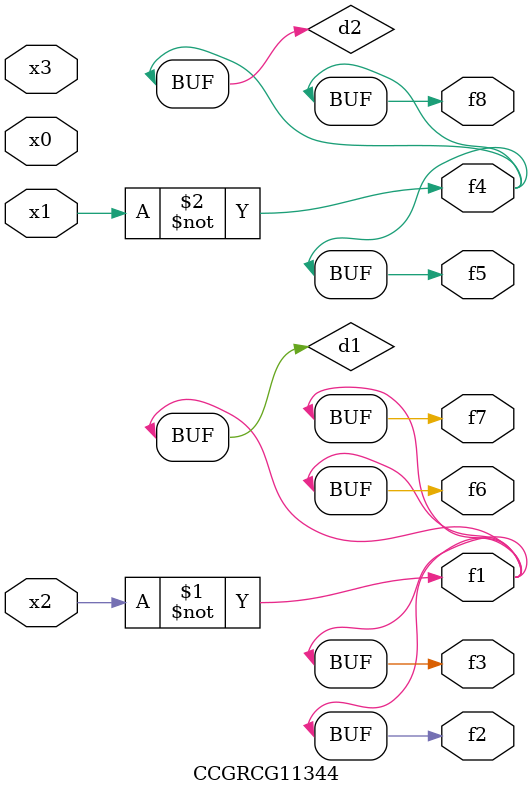
<source format=v>
module CCGRCG11344(
	input x0, x1, x2, x3,
	output f1, f2, f3, f4, f5, f6, f7, f8
);

	wire d1, d2;

	xnor (d1, x2);
	not (d2, x1);
	assign f1 = d1;
	assign f2 = d1;
	assign f3 = d1;
	assign f4 = d2;
	assign f5 = d2;
	assign f6 = d1;
	assign f7 = d1;
	assign f8 = d2;
endmodule

</source>
